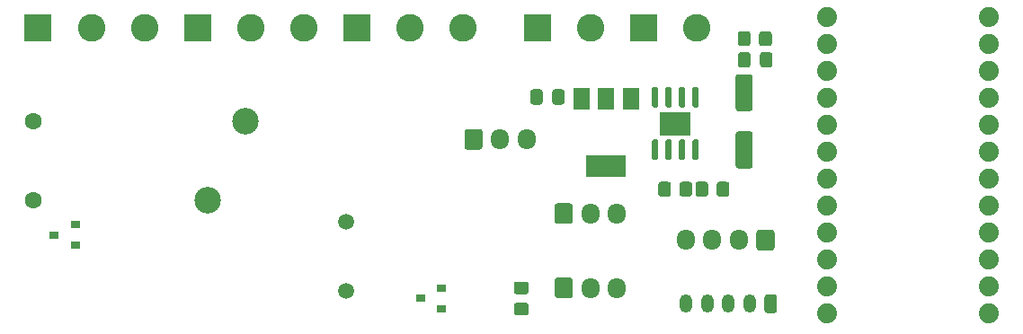
<source format=gts>
G04 #@! TF.GenerationSoftware,KiCad,Pcbnew,(5.1.9)-1*
G04 #@! TF.CreationDate,2021-05-18T22:57:50-05:00*
G04 #@! TF.ProjectId,BoilerBot,426f696c-6572-4426-9f74-2e6b69636164,rev?*
G04 #@! TF.SameCoordinates,Original*
G04 #@! TF.FileFunction,Soldermask,Top*
G04 #@! TF.FilePolarity,Negative*
%FSLAX46Y46*%
G04 Gerber Fmt 4.6, Leading zero omitted, Abs format (unit mm)*
G04 Created by KiCad (PCBNEW (5.1.9)-1) date 2021-05-18 22:57:50*
%MOMM*%
%LPD*%
G01*
G04 APERTURE LIST*
%ADD10C,2.500000*%
%ADD11C,1.600000*%
%ADD12R,3.000000X2.290000*%
%ADD13R,1.500000X2.000000*%
%ADD14R,3.800000X2.000000*%
%ADD15R,0.900000X0.800000*%
%ADD16O,1.700000X1.950000*%
%ADD17C,2.600000*%
%ADD18R,2.600000X2.600000*%
%ADD19O,1.200000X1.750000*%
%ADD20C,1.500000*%
%ADD21C,1.879600*%
G04 APERTURE END LIST*
D10*
X106500000Y-61750000D03*
X103000000Y-69250000D03*
D11*
X86500000Y-61750000D03*
X86500000Y-69250000D03*
G36*
G01*
X152950000Y-62750000D02*
X154050000Y-62750000D01*
G75*
G02*
X154300000Y-63000000I0J-250000D01*
G01*
X154300000Y-66000000D01*
G75*
G02*
X154050000Y-66250000I-250000J0D01*
G01*
X152950000Y-66250000D01*
G75*
G02*
X152700000Y-66000000I0J250000D01*
G01*
X152700000Y-63000000D01*
G75*
G02*
X152950000Y-62750000I250000J0D01*
G01*
G37*
G36*
G01*
X152950000Y-57350000D02*
X154050000Y-57350000D01*
G75*
G02*
X154300000Y-57600000I0J-250000D01*
G01*
X154300000Y-60600000D01*
G75*
G02*
X154050000Y-60850000I-250000J0D01*
G01*
X152950000Y-60850000D01*
G75*
G02*
X152700000Y-60600000I0J250000D01*
G01*
X152700000Y-57600000D01*
G75*
G02*
X152950000Y-57350000I250000J0D01*
G01*
G37*
D12*
X147000000Y-62000000D03*
G36*
G01*
X145245000Y-60500000D02*
X144945000Y-60500000D01*
G75*
G02*
X144795000Y-60350000I0J150000D01*
G01*
X144795000Y-58700000D01*
G75*
G02*
X144945000Y-58550000I150000J0D01*
G01*
X145245000Y-58550000D01*
G75*
G02*
X145395000Y-58700000I0J-150000D01*
G01*
X145395000Y-60350000D01*
G75*
G02*
X145245000Y-60500000I-150000J0D01*
G01*
G37*
G36*
G01*
X146515000Y-60500000D02*
X146215000Y-60500000D01*
G75*
G02*
X146065000Y-60350000I0J150000D01*
G01*
X146065000Y-58700000D01*
G75*
G02*
X146215000Y-58550000I150000J0D01*
G01*
X146515000Y-58550000D01*
G75*
G02*
X146665000Y-58700000I0J-150000D01*
G01*
X146665000Y-60350000D01*
G75*
G02*
X146515000Y-60500000I-150000J0D01*
G01*
G37*
G36*
G01*
X147785000Y-60500000D02*
X147485000Y-60500000D01*
G75*
G02*
X147335000Y-60350000I0J150000D01*
G01*
X147335000Y-58700000D01*
G75*
G02*
X147485000Y-58550000I150000J0D01*
G01*
X147785000Y-58550000D01*
G75*
G02*
X147935000Y-58700000I0J-150000D01*
G01*
X147935000Y-60350000D01*
G75*
G02*
X147785000Y-60500000I-150000J0D01*
G01*
G37*
G36*
G01*
X149055000Y-60500000D02*
X148755000Y-60500000D01*
G75*
G02*
X148605000Y-60350000I0J150000D01*
G01*
X148605000Y-58700000D01*
G75*
G02*
X148755000Y-58550000I150000J0D01*
G01*
X149055000Y-58550000D01*
G75*
G02*
X149205000Y-58700000I0J-150000D01*
G01*
X149205000Y-60350000D01*
G75*
G02*
X149055000Y-60500000I-150000J0D01*
G01*
G37*
G36*
G01*
X149055000Y-65450000D02*
X148755000Y-65450000D01*
G75*
G02*
X148605000Y-65300000I0J150000D01*
G01*
X148605000Y-63650000D01*
G75*
G02*
X148755000Y-63500000I150000J0D01*
G01*
X149055000Y-63500000D01*
G75*
G02*
X149205000Y-63650000I0J-150000D01*
G01*
X149205000Y-65300000D01*
G75*
G02*
X149055000Y-65450000I-150000J0D01*
G01*
G37*
G36*
G01*
X147785000Y-65450000D02*
X147485000Y-65450000D01*
G75*
G02*
X147335000Y-65300000I0J150000D01*
G01*
X147335000Y-63650000D01*
G75*
G02*
X147485000Y-63500000I150000J0D01*
G01*
X147785000Y-63500000D01*
G75*
G02*
X147935000Y-63650000I0J-150000D01*
G01*
X147935000Y-65300000D01*
G75*
G02*
X147785000Y-65450000I-150000J0D01*
G01*
G37*
G36*
G01*
X146515000Y-65450000D02*
X146215000Y-65450000D01*
G75*
G02*
X146065000Y-65300000I0J150000D01*
G01*
X146065000Y-63650000D01*
G75*
G02*
X146215000Y-63500000I150000J0D01*
G01*
X146515000Y-63500000D01*
G75*
G02*
X146665000Y-63650000I0J-150000D01*
G01*
X146665000Y-65300000D01*
G75*
G02*
X146515000Y-65450000I-150000J0D01*
G01*
G37*
G36*
G01*
X145245000Y-65450000D02*
X144945000Y-65450000D01*
G75*
G02*
X144795000Y-65300000I0J150000D01*
G01*
X144795000Y-63650000D01*
G75*
G02*
X144945000Y-63500000I150000J0D01*
G01*
X145245000Y-63500000D01*
G75*
G02*
X145395000Y-63650000I0J-150000D01*
G01*
X145395000Y-65300000D01*
G75*
G02*
X145245000Y-65450000I-150000J0D01*
G01*
G37*
D13*
X142800000Y-59700000D03*
X138200000Y-59700000D03*
X140500000Y-59700000D03*
D14*
X140500000Y-66000000D03*
G36*
G01*
X132049999Y-78900000D02*
X132950001Y-78900000D01*
G75*
G02*
X133200000Y-79149999I0J-249999D01*
G01*
X133200000Y-79850001D01*
G75*
G02*
X132950001Y-80100000I-249999J0D01*
G01*
X132049999Y-80100000D01*
G75*
G02*
X131800000Y-79850001I0J249999D01*
G01*
X131800000Y-79149999D01*
G75*
G02*
X132049999Y-78900000I249999J0D01*
G01*
G37*
G36*
G01*
X132049999Y-76900000D02*
X132950001Y-76900000D01*
G75*
G02*
X133200000Y-77149999I0J-249999D01*
G01*
X133200000Y-77850001D01*
G75*
G02*
X132950001Y-78100000I-249999J0D01*
G01*
X132049999Y-78100000D01*
G75*
G02*
X131800000Y-77850001I0J249999D01*
G01*
X131800000Y-77149999D01*
G75*
G02*
X132049999Y-76900000I249999J0D01*
G01*
G37*
G36*
G01*
X154900000Y-54450001D02*
X154900000Y-53549999D01*
G75*
G02*
X155149999Y-53300000I249999J0D01*
G01*
X155850001Y-53300000D01*
G75*
G02*
X156100000Y-53549999I0J-249999D01*
G01*
X156100000Y-54450001D01*
G75*
G02*
X155850001Y-54700000I-249999J0D01*
G01*
X155149999Y-54700000D01*
G75*
G02*
X154900000Y-54450001I0J249999D01*
G01*
G37*
G36*
G01*
X152900000Y-54450001D02*
X152900000Y-53549999D01*
G75*
G02*
X153149999Y-53300000I249999J0D01*
G01*
X153850001Y-53300000D01*
G75*
G02*
X154100000Y-53549999I0J-249999D01*
G01*
X154100000Y-54450001D01*
G75*
G02*
X153850001Y-54700000I-249999J0D01*
G01*
X153149999Y-54700000D01*
G75*
G02*
X152900000Y-54450001I0J249999D01*
G01*
G37*
G36*
G01*
X146600000Y-67748999D02*
X146600000Y-68649001D01*
G75*
G02*
X146350001Y-68899000I-249999J0D01*
G01*
X145649999Y-68899000D01*
G75*
G02*
X145400000Y-68649001I0J249999D01*
G01*
X145400000Y-67748999D01*
G75*
G02*
X145649999Y-67499000I249999J0D01*
G01*
X146350001Y-67499000D01*
G75*
G02*
X146600000Y-67748999I0J-249999D01*
G01*
G37*
G36*
G01*
X148600000Y-67748999D02*
X148600000Y-68649001D01*
G75*
G02*
X148350001Y-68899000I-249999J0D01*
G01*
X147649999Y-68899000D01*
G75*
G02*
X147400000Y-68649001I0J249999D01*
G01*
X147400000Y-67748999D01*
G75*
G02*
X147649999Y-67499000I249999J0D01*
G01*
X148350001Y-67499000D01*
G75*
G02*
X148600000Y-67748999I0J-249999D01*
G01*
G37*
G36*
G01*
X150100000Y-67748999D02*
X150100000Y-68649001D01*
G75*
G02*
X149850001Y-68899000I-249999J0D01*
G01*
X149149999Y-68899000D01*
G75*
G02*
X148900000Y-68649001I0J249999D01*
G01*
X148900000Y-67748999D01*
G75*
G02*
X149149999Y-67499000I249999J0D01*
G01*
X149850001Y-67499000D01*
G75*
G02*
X150100000Y-67748999I0J-249999D01*
G01*
G37*
G36*
G01*
X152100000Y-67748999D02*
X152100000Y-68649001D01*
G75*
G02*
X151850001Y-68899000I-249999J0D01*
G01*
X151149999Y-68899000D01*
G75*
G02*
X150900000Y-68649001I0J249999D01*
G01*
X150900000Y-67748999D01*
G75*
G02*
X151149999Y-67499000I249999J0D01*
G01*
X151850001Y-67499000D01*
G75*
G02*
X152100000Y-67748999I0J-249999D01*
G01*
G37*
D15*
X88500000Y-72500000D03*
X90500000Y-71550000D03*
X90500000Y-73450000D03*
X123000000Y-78500000D03*
X125000000Y-77550000D03*
X125000000Y-79450000D03*
D16*
X141500000Y-70500000D03*
X139000000Y-70500000D03*
G36*
G01*
X135650000Y-71225000D02*
X135650000Y-69775000D01*
G75*
G02*
X135900000Y-69525000I250000J0D01*
G01*
X137100000Y-69525000D01*
G75*
G02*
X137350000Y-69775000I0J-250000D01*
G01*
X137350000Y-71225000D01*
G75*
G02*
X137100000Y-71475000I-250000J0D01*
G01*
X135900000Y-71475000D01*
G75*
G02*
X135650000Y-71225000I0J250000D01*
G01*
G37*
X148000000Y-73000000D03*
X150500000Y-73000000D03*
X153000000Y-73000000D03*
G36*
G01*
X156350000Y-72275000D02*
X156350000Y-73725000D01*
G75*
G02*
X156100000Y-73975000I-250000J0D01*
G01*
X154900000Y-73975000D01*
G75*
G02*
X154650000Y-73725000I0J250000D01*
G01*
X154650000Y-72275000D01*
G75*
G02*
X154900000Y-72025000I250000J0D01*
G01*
X156100000Y-72025000D01*
G75*
G02*
X156350000Y-72275000I0J-250000D01*
G01*
G37*
D17*
X112000000Y-53000000D03*
X107000000Y-53000000D03*
D18*
X102000000Y-53000000D03*
D16*
X141500000Y-77500000D03*
X139000000Y-77500000D03*
G36*
G01*
X135650000Y-78225000D02*
X135650000Y-76775000D01*
G75*
G02*
X135900000Y-76525000I250000J0D01*
G01*
X137100000Y-76525000D01*
G75*
G02*
X137350000Y-76775000I0J-250000D01*
G01*
X137350000Y-78225000D01*
G75*
G02*
X137100000Y-78475000I-250000J0D01*
G01*
X135900000Y-78475000D01*
G75*
G02*
X135650000Y-78225000I0J250000D01*
G01*
G37*
X133000000Y-63500000D03*
X130500000Y-63500000D03*
G36*
G01*
X127150000Y-64225000D02*
X127150000Y-62775000D01*
G75*
G02*
X127400000Y-62525000I250000J0D01*
G01*
X128600000Y-62525000D01*
G75*
G02*
X128850000Y-62775000I0J-250000D01*
G01*
X128850000Y-64225000D01*
G75*
G02*
X128600000Y-64475000I-250000J0D01*
G01*
X127400000Y-64475000D01*
G75*
G02*
X127150000Y-64225000I0J250000D01*
G01*
G37*
D19*
X148000000Y-79000000D03*
X150000000Y-79000000D03*
X152000000Y-79000000D03*
X154000000Y-79000000D03*
G36*
G01*
X156600000Y-78374999D02*
X156600000Y-79625001D01*
G75*
G02*
X156350001Y-79875000I-249999J0D01*
G01*
X155649999Y-79875000D01*
G75*
G02*
X155400000Y-79625001I0J249999D01*
G01*
X155400000Y-78374999D01*
G75*
G02*
X155649999Y-78125000I249999J0D01*
G01*
X156350001Y-78125000D01*
G75*
G02*
X156600000Y-78374999I0J-249999D01*
G01*
G37*
D17*
X149000000Y-53000000D03*
D18*
X144000000Y-53000000D03*
D17*
X127000000Y-53000000D03*
X122000000Y-53000000D03*
D18*
X117000000Y-53000000D03*
D17*
X97000000Y-53000000D03*
X92000000Y-53000000D03*
D18*
X87000000Y-53000000D03*
D17*
X139000000Y-53000000D03*
D18*
X134000000Y-53000000D03*
G36*
G01*
X154987500Y-56475000D02*
X154987500Y-55525000D01*
G75*
G02*
X155237500Y-55275000I250000J0D01*
G01*
X155912500Y-55275000D01*
G75*
G02*
X156162500Y-55525000I0J-250000D01*
G01*
X156162500Y-56475000D01*
G75*
G02*
X155912500Y-56725000I-250000J0D01*
G01*
X155237500Y-56725000D01*
G75*
G02*
X154987500Y-56475000I0J250000D01*
G01*
G37*
G36*
G01*
X152912500Y-56475000D02*
X152912500Y-55525000D01*
G75*
G02*
X153162500Y-55275000I250000J0D01*
G01*
X153837500Y-55275000D01*
G75*
G02*
X154087500Y-55525000I0J-250000D01*
G01*
X154087500Y-56475000D01*
G75*
G02*
X153837500Y-56725000I-250000J0D01*
G01*
X153162500Y-56725000D01*
G75*
G02*
X152912500Y-56475000I0J250000D01*
G01*
G37*
G36*
G01*
X134512500Y-59025000D02*
X134512500Y-59975000D01*
G75*
G02*
X134262500Y-60225000I-250000J0D01*
G01*
X133587500Y-60225000D01*
G75*
G02*
X133337500Y-59975000I0J250000D01*
G01*
X133337500Y-59025000D01*
G75*
G02*
X133587500Y-58775000I250000J0D01*
G01*
X134262500Y-58775000D01*
G75*
G02*
X134512500Y-59025000I0J-250000D01*
G01*
G37*
G36*
G01*
X136587500Y-59025000D02*
X136587500Y-59975000D01*
G75*
G02*
X136337500Y-60225000I-250000J0D01*
G01*
X135662500Y-60225000D01*
G75*
G02*
X135412500Y-59975000I0J250000D01*
G01*
X135412500Y-59025000D01*
G75*
G02*
X135662500Y-58775000I250000J0D01*
G01*
X136337500Y-58775000D01*
G75*
G02*
X136587500Y-59025000I0J-250000D01*
G01*
G37*
D20*
X116000000Y-77750000D03*
X116000000Y-71250000D03*
D21*
X176500000Y-52000000D03*
X176500000Y-54540000D03*
X176500000Y-57080000D03*
X176500000Y-59620000D03*
X176500000Y-62160000D03*
X176500000Y-64700000D03*
X176500000Y-67240000D03*
X176500000Y-69780000D03*
X176500000Y-72320000D03*
X176500000Y-74860000D03*
X176500000Y-77400000D03*
X176500000Y-79940000D03*
X161260000Y-79940000D03*
X161260000Y-77400000D03*
X161260000Y-74860000D03*
X161260000Y-72320000D03*
X161260000Y-69780000D03*
X161260000Y-67240000D03*
X161260000Y-64700000D03*
X161260000Y-62160000D03*
X161260000Y-59620000D03*
X161260000Y-57080000D03*
X161260000Y-54540000D03*
X161260000Y-52000000D03*
M02*

</source>
